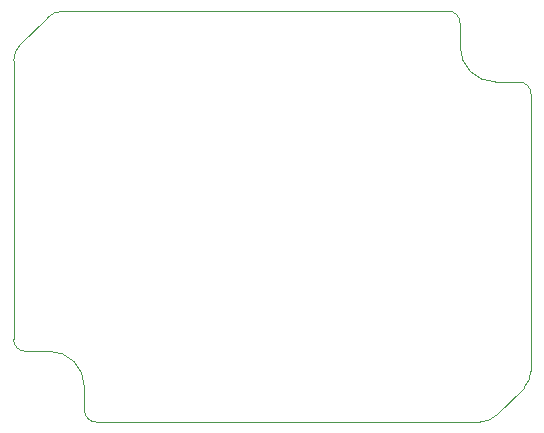
<source format=gbr>
%TF.GenerationSoftware,KiCad,Pcbnew,7.0.1*%
%TF.CreationDate,2024-02-15T14:19:22+01:00*%
%TF.ProjectId,stm32f405-sensorleap-v1,73746d33-3266-4343-9035-2d73656e736f,rev?*%
%TF.SameCoordinates,Original*%
%TF.FileFunction,Profile,NP*%
%FSLAX46Y46*%
G04 Gerber Fmt 4.6, Leading zero omitted, Abs format (unit mm)*
G04 Created by KiCad (PCBNEW 7.0.1) date 2024-02-15 14:19:22*
%MOMM*%
%LPD*%
G01*
G04 APERTURE LIST*
%TA.AperFunction,Profile*%
%ADD10C,0.100000*%
%TD*%
G04 APERTURE END LIST*
D10*
X139564633Y-134899982D02*
G75*
G03*
X140978847Y-134314214I67J1999882D01*
G01*
X101100000Y-128900000D02*
X103100000Y-128900000D01*
X136900000Y-100100000D02*
X104335367Y-100100000D01*
X100685786Y-102911153D02*
X102921153Y-100685786D01*
X137900000Y-101100000D02*
G75*
G03*
X136900000Y-100100000I-1000000J0D01*
G01*
X106100000Y-133900000D02*
G75*
G03*
X107100000Y-134900000I1000000J0D01*
G01*
X100685762Y-102911129D02*
G75*
G03*
X100100000Y-104325367I1414438J-1414271D01*
G01*
X142900000Y-106100000D02*
X140900000Y-106100000D01*
X107100000Y-134900000D02*
X139564633Y-134900000D01*
X137900000Y-103100000D02*
G75*
G03*
X140900000Y-106100000I3000000J0D01*
G01*
X143314214Y-131984214D02*
X140978847Y-134314214D01*
X137900000Y-103100000D02*
X137900000Y-101100000D01*
X106100000Y-131900000D02*
X106100000Y-133900000D01*
X100100000Y-127900000D02*
G75*
G03*
X101100000Y-128900000I1000000J0D01*
G01*
X143314214Y-131984214D02*
G75*
G03*
X143900000Y-130570000I-1414214J1414214D01*
G01*
X106100000Y-131900000D02*
G75*
G03*
X103100000Y-128900000I-3000000J0D01*
G01*
X104335367Y-100100018D02*
G75*
G03*
X102921153Y-100685786I-67J-1999882D01*
G01*
X143900000Y-107100000D02*
G75*
G03*
X142900000Y-106100000I-1000000J0D01*
G01*
X143900000Y-130570000D02*
X143900000Y-107100000D01*
X100100000Y-104325367D02*
X100100000Y-127900000D01*
M02*

</source>
